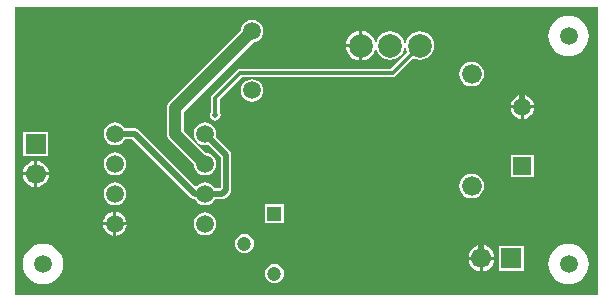
<source format=gbl>
G04 Layer_Physical_Order=2*
G04 Layer_Color=16711680*
%FSLAX25Y25*%
%MOIN*%
G70*
G01*
G75*
%ADD16C,0.01968*%
%ADD17C,0.03937*%
%ADD18C,0.01181*%
%ADD20C,0.05905*%
%ADD21C,0.06600*%
%ADD22R,0.05905X0.05905*%
%ADD23C,0.07874*%
%ADD24R,0.06693X0.06693*%
%ADD25C,0.06693*%
%ADD26R,0.04716X0.04716*%
%ADD27C,0.04716*%
%ADD28R,0.06693X0.06693*%
%ADD29C,0.01968*%
G36*
X195669Y1181D02*
X1181D01*
Y97244D01*
X195669D01*
Y1181D01*
D02*
G37*
%LPC*%
G36*
X64606Y28615D02*
X63630Y28486D01*
X62720Y28109D01*
X61939Y27510D01*
X61339Y26729D01*
X60962Y25819D01*
X60834Y24843D01*
X60962Y23866D01*
X61339Y22956D01*
X61939Y22175D01*
X62720Y21576D01*
X63630Y21199D01*
X64606Y21070D01*
X65583Y21199D01*
X66492Y21576D01*
X67274Y22175D01*
X67873Y22956D01*
X68250Y23866D01*
X68379Y24843D01*
X68250Y25819D01*
X67873Y26729D01*
X67274Y27510D01*
X66492Y28109D01*
X65583Y28486D01*
X64606Y28615D01*
D02*
G37*
G36*
X90941Y31413D02*
X84650D01*
Y25122D01*
X90941D01*
Y31413D01*
D02*
G37*
G36*
X34106Y24342D02*
X30685D01*
X30755Y23811D01*
X31154Y22849D01*
X31787Y22023D01*
X32613Y21390D01*
X33574Y20991D01*
X34106Y20922D01*
Y24342D01*
D02*
G37*
G36*
X38527D02*
X35106D01*
Y20922D01*
X35638Y20991D01*
X36600Y21390D01*
X37425Y22023D01*
X38059Y22849D01*
X38457Y23811D01*
X38527Y24342D01*
D02*
G37*
G36*
X34606Y38615D02*
X33630Y38486D01*
X32720Y38109D01*
X31939Y37510D01*
X31339Y36729D01*
X30962Y35819D01*
X30834Y34843D01*
X30962Y33866D01*
X31339Y32956D01*
X31939Y32175D01*
X32720Y31576D01*
X33630Y31199D01*
X34606Y31070D01*
X35583Y31199D01*
X36492Y31576D01*
X37274Y32175D01*
X37873Y32956D01*
X38250Y33866D01*
X38379Y34843D01*
X38250Y35819D01*
X37873Y36729D01*
X37274Y37510D01*
X36492Y38109D01*
X35583Y38486D01*
X34606Y38615D01*
D02*
G37*
G36*
X153543Y41524D02*
X152476Y41384D01*
X151482Y40972D01*
X150628Y40317D01*
X149973Y39463D01*
X149561Y38469D01*
X149421Y37402D01*
X149561Y36334D01*
X149973Y35340D01*
X150628Y34486D01*
X151482Y33831D01*
X152476Y33419D01*
X153543Y33279D01*
X154610Y33419D01*
X155605Y33831D01*
X156458Y34486D01*
X157114Y35340D01*
X157526Y36334D01*
X157666Y37402D01*
X157526Y38469D01*
X157114Y39463D01*
X156458Y40317D01*
X155605Y40972D01*
X154610Y41384D01*
X153543Y41524D01*
D02*
G37*
G36*
X34106Y28763D02*
X33574Y28694D01*
X32613Y28295D01*
X31787Y27662D01*
X31154Y26836D01*
X30755Y25874D01*
X30685Y25343D01*
X34106D01*
Y28763D01*
D02*
G37*
G36*
X35106D02*
Y25343D01*
X38527D01*
X38457Y25874D01*
X38059Y26836D01*
X37425Y27662D01*
X36600Y28295D01*
X35638Y28694D01*
X35106Y28763D01*
D02*
G37*
G36*
X77795Y21441D02*
X76974Y21332D01*
X76209Y21015D01*
X75552Y20511D01*
X75048Y19854D01*
X74731Y19089D01*
X74622Y18268D01*
X74731Y17447D01*
X75048Y16681D01*
X75552Y16024D01*
X76209Y15520D01*
X76974Y15203D01*
X77795Y15095D01*
X78616Y15203D01*
X79382Y15520D01*
X80039Y16024D01*
X80543Y16681D01*
X80860Y17447D01*
X80968Y18268D01*
X80860Y19089D01*
X80543Y19854D01*
X80039Y20511D01*
X79382Y21015D01*
X78616Y21332D01*
X77795Y21441D01*
D02*
G37*
G36*
X87795Y11440D02*
X86974Y11332D01*
X86209Y11015D01*
X85552Y10511D01*
X85048Y9854D01*
X84731Y9089D01*
X84623Y8268D01*
X84731Y7446D01*
X85048Y6681D01*
X85552Y6024D01*
X86209Y5520D01*
X86974Y5203D01*
X87795Y5095D01*
X88617Y5203D01*
X89382Y5520D01*
X90039Y6024D01*
X90543Y6681D01*
X90860Y7446D01*
X90968Y8268D01*
X90860Y9089D01*
X90543Y9854D01*
X90039Y10511D01*
X89382Y11015D01*
X88617Y11332D01*
X87795Y11440D01*
D02*
G37*
G36*
X156311Y12886D02*
X152493D01*
X152576Y12251D01*
X153014Y11194D01*
X153711Y10286D01*
X154619Y9589D01*
X155676Y9151D01*
X156311Y9068D01*
Y12886D01*
D02*
G37*
G36*
X10630Y18143D02*
X9318Y18013D01*
X8056Y17631D01*
X6894Y17009D01*
X5874Y16173D01*
X5038Y15154D01*
X4417Y13991D01*
X4034Y12729D01*
X3905Y11417D01*
X4034Y10105D01*
X4417Y8844D01*
X5038Y7681D01*
X5874Y6662D01*
X6894Y5825D01*
X8056Y5204D01*
X9318Y4821D01*
X10630Y4692D01*
X11942Y4821D01*
X13204Y5204D01*
X14366Y5825D01*
X15385Y6662D01*
X16222Y7681D01*
X16843Y8844D01*
X17226Y10105D01*
X17355Y11417D01*
X17226Y12729D01*
X16843Y13991D01*
X16222Y15154D01*
X15385Y16173D01*
X14366Y17009D01*
X13204Y17631D01*
X11942Y18013D01*
X10630Y18143D01*
D02*
G37*
G36*
X185827D02*
X184515Y18013D01*
X183253Y17631D01*
X182090Y17009D01*
X181071Y16173D01*
X180235Y15154D01*
X179613Y13991D01*
X179231Y12729D01*
X179102Y11417D01*
X179231Y10105D01*
X179613Y8844D01*
X180235Y7681D01*
X181071Y6662D01*
X182090Y5825D01*
X183253Y5204D01*
X184515Y4821D01*
X185827Y4692D01*
X187139Y4821D01*
X188400Y5204D01*
X189563Y5825D01*
X190582Y6662D01*
X191419Y7681D01*
X192040Y8844D01*
X192423Y10105D01*
X192552Y11417D01*
X192423Y12729D01*
X192040Y13991D01*
X191419Y15154D01*
X190582Y16173D01*
X189563Y17009D01*
X188400Y17631D01*
X187139Y18013D01*
X185827Y18143D01*
D02*
G37*
G36*
X156311Y17704D02*
X155676Y17620D01*
X154619Y17183D01*
X153711Y16486D01*
X153014Y15578D01*
X152576Y14521D01*
X152493Y13886D01*
X156311D01*
Y17704D01*
D02*
G37*
G36*
X157311D02*
Y13886D01*
X161129D01*
X161046Y14521D01*
X160608Y15578D01*
X159911Y16486D01*
X159003Y17183D01*
X157946Y17620D01*
X157311Y17704D01*
D02*
G37*
G36*
X161129Y12886D02*
X157311D01*
Y9068D01*
X157946Y9151D01*
X159003Y9589D01*
X159911Y10286D01*
X160608Y11194D01*
X161046Y12251D01*
X161129Y12886D01*
D02*
G37*
G36*
X170945Y17520D02*
X162677D01*
Y9252D01*
X170945D01*
Y17520D01*
D02*
G37*
G36*
X64606Y58615D02*
X63630Y58486D01*
X62720Y58109D01*
X61939Y57510D01*
X61339Y56729D01*
X60962Y55819D01*
X60834Y54843D01*
X60962Y53866D01*
X61339Y52956D01*
X61939Y52175D01*
X62720Y51575D01*
X63630Y51199D01*
X64606Y51070D01*
X65583Y51199D01*
X65662Y51232D01*
X69847Y47047D01*
Y36969D01*
X69527Y36649D01*
X67906D01*
X67873Y36729D01*
X67274Y37510D01*
X66492Y38109D01*
X65583Y38486D01*
X64606Y38615D01*
X63630Y38486D01*
X62720Y38109D01*
X61939Y37510D01*
X61809Y37341D01*
X61310Y37308D01*
X42498Y56120D01*
X41912Y56511D01*
X41221Y56649D01*
X37906D01*
X37873Y56729D01*
X37274Y57510D01*
X36492Y58109D01*
X35583Y58486D01*
X34606Y58615D01*
X33630Y58486D01*
X32720Y58109D01*
X31939Y57510D01*
X31339Y56729D01*
X30962Y55819D01*
X30834Y54843D01*
X30962Y53866D01*
X31339Y52956D01*
X31939Y52175D01*
X32720Y51575D01*
X33630Y51199D01*
X34606Y51070D01*
X35583Y51199D01*
X36492Y51575D01*
X37274Y52175D01*
X37873Y52956D01*
X37906Y53036D01*
X40472D01*
X59943Y33565D01*
X60529Y33174D01*
X61221Y33036D01*
X61306D01*
X61339Y32956D01*
X61939Y32175D01*
X62720Y31576D01*
X63630Y31199D01*
X64606Y31070D01*
X65583Y31199D01*
X66492Y31576D01*
X67274Y32175D01*
X67873Y32956D01*
X67906Y33036D01*
X70276D01*
X70967Y33174D01*
X71553Y33565D01*
X72931Y34943D01*
X73322Y35529D01*
X73460Y36220D01*
Y47795D01*
X73322Y48487D01*
X72931Y49073D01*
X68217Y53786D01*
X68250Y53866D01*
X68379Y54843D01*
X68250Y55819D01*
X67873Y56729D01*
X67274Y57510D01*
X66492Y58109D01*
X65583Y58486D01*
X64606Y58615D01*
D02*
G37*
G36*
X170972Y67701D02*
Y64280D01*
X174393D01*
X174323Y64811D01*
X173925Y65773D01*
X173292Y66599D01*
X172466Y67232D01*
X171504Y67630D01*
X170972Y67701D01*
D02*
G37*
G36*
X80315Y73064D02*
X79339Y72935D01*
X78429Y72558D01*
X77648Y71959D01*
X77048Y71178D01*
X76671Y70268D01*
X76543Y69291D01*
X76671Y68315D01*
X77048Y67405D01*
X77648Y66624D01*
X78429Y66024D01*
X79339Y65648D01*
X80315Y65519D01*
X81291Y65648D01*
X82201Y66024D01*
X82982Y66624D01*
X83582Y67405D01*
X83959Y68315D01*
X84087Y69291D01*
X83959Y70268D01*
X83582Y71178D01*
X82982Y71959D01*
X82201Y72558D01*
X81291Y72935D01*
X80315Y73064D01*
D02*
G37*
G36*
X174393Y63279D02*
X170972D01*
Y59859D01*
X171504Y59929D01*
X172466Y60327D01*
X173292Y60960D01*
X173925Y61786D01*
X174323Y62748D01*
X174393Y63279D01*
D02*
G37*
G36*
X169972Y67701D02*
X169441Y67630D01*
X168479Y67232D01*
X167653Y66599D01*
X167020Y65773D01*
X166621Y64811D01*
X166551Y64280D01*
X169972D01*
Y67701D01*
D02*
G37*
G36*
X153543Y78925D02*
X152476Y78785D01*
X151481Y78373D01*
X150628Y77718D01*
X149972Y76864D01*
X149560Y75870D01*
X149420Y74803D01*
X149560Y73735D01*
X149972Y72741D01*
X150628Y71887D01*
X151481Y71232D01*
X152476Y70820D01*
X153543Y70680D01*
X154610Y70820D01*
X155604Y71232D01*
X156458Y71887D01*
X157113Y72741D01*
X157525Y73735D01*
X157665Y74803D01*
X157525Y75870D01*
X157113Y76864D01*
X156458Y77718D01*
X155604Y78373D01*
X154610Y78785D01*
X153543Y78925D01*
D02*
G37*
G36*
X185827Y94127D02*
X184515Y93998D01*
X183253Y93615D01*
X182090Y92993D01*
X181071Y92157D01*
X180235Y91138D01*
X179613Y89975D01*
X179231Y88714D01*
X179102Y87402D01*
X179231Y86089D01*
X179613Y84828D01*
X180235Y83665D01*
X181071Y82646D01*
X182090Y81810D01*
X183253Y81188D01*
X184515Y80805D01*
X185827Y80676D01*
X187139Y80805D01*
X188400Y81188D01*
X189563Y81810D01*
X190582Y82646D01*
X191419Y83665D01*
X192040Y84828D01*
X192423Y86089D01*
X192552Y87402D01*
X192423Y88714D01*
X192040Y89975D01*
X191419Y91138D01*
X190582Y92157D01*
X189563Y92993D01*
X188400Y93615D01*
X187139Y93998D01*
X185827Y94127D01*
D02*
G37*
G36*
X116035Y89166D02*
X115247Y89062D01*
X114046Y88564D01*
X113014Y87773D01*
X112223Y86742D01*
X111725Y85541D01*
X111622Y84752D01*
X116035D01*
Y89166D01*
D02*
G37*
G36*
Y83752D02*
X111622D01*
X111725Y82963D01*
X112223Y81762D01*
X113014Y80731D01*
X114046Y79940D01*
X115247Y79442D01*
X116035Y79338D01*
Y83752D01*
D02*
G37*
G36*
X117035Y89166D02*
Y84252D01*
Y79338D01*
X117824Y79442D01*
X119025Y79940D01*
X120056Y80731D01*
X120848Y81762D01*
X121313Y82885D01*
X121610Y82919D01*
X121832Y82882D01*
X122251Y81869D01*
X123009Y80883D01*
X123995Y80125D01*
X125145Y79649D01*
X126378Y79487D01*
X127611Y79649D01*
X128761Y80125D01*
X129747Y80883D01*
X130505Y81869D01*
X130981Y83019D01*
X131047Y83522D01*
X131551D01*
X131618Y83019D01*
X132023Y82041D01*
X126583Y76602D01*
X76378D01*
X75840Y76495D01*
X75384Y76190D01*
X67117Y67923D01*
X66812Y67467D01*
X66705Y66929D01*
Y62110D01*
X66441Y61715D01*
X66304Y61024D01*
X66441Y60332D01*
X66833Y59746D01*
X67419Y59355D01*
X68110Y59217D01*
X68801Y59355D01*
X69388Y59746D01*
X69779Y60332D01*
X69917Y61024D01*
X69779Y61715D01*
X69515Y62110D01*
Y66347D01*
X76960Y73792D01*
X127165D01*
X127703Y73899D01*
X128159Y74203D01*
X134010Y80054D01*
X134987Y79649D01*
X136221Y79487D01*
X137454Y79649D01*
X138603Y80125D01*
X139590Y80883D01*
X140347Y81869D01*
X140823Y83019D01*
X140986Y84252D01*
X140823Y85485D01*
X140347Y86635D01*
X139590Y87621D01*
X138603Y88379D01*
X137454Y88855D01*
X136221Y89017D01*
X134987Y88855D01*
X133838Y88379D01*
X132851Y87621D01*
X132094Y86635D01*
X131618Y85485D01*
X131551Y84982D01*
X131047D01*
X130981Y85485D01*
X130505Y86635D01*
X129747Y87621D01*
X128761Y88379D01*
X127611Y88855D01*
X126378Y89017D01*
X125145Y88855D01*
X123995Y88379D01*
X123009Y87621D01*
X122251Y86635D01*
X121832Y85622D01*
X121610Y85585D01*
X121313Y85618D01*
X120848Y86742D01*
X120056Y87773D01*
X119025Y88564D01*
X117824Y89062D01*
X117035Y89166D01*
D02*
G37*
G36*
X174213Y47835D02*
X166732D01*
Y40354D01*
X174213D01*
Y47835D01*
D02*
G37*
G36*
X34606Y48615D02*
X33630Y48486D01*
X32720Y48109D01*
X31939Y47510D01*
X31339Y46729D01*
X30962Y45819D01*
X30834Y44842D01*
X30962Y43866D01*
X31339Y42956D01*
X31939Y42175D01*
X32720Y41576D01*
X33630Y41199D01*
X34606Y41070D01*
X35583Y41199D01*
X36492Y41576D01*
X37274Y42175D01*
X37873Y42956D01*
X38250Y43866D01*
X38379Y44842D01*
X38250Y45819D01*
X37873Y46729D01*
X37274Y47510D01*
X36492Y48109D01*
X35583Y48486D01*
X34606Y48615D01*
D02*
G37*
G36*
X7768Y40957D02*
X3950D01*
X4033Y40322D01*
X4471Y39265D01*
X5168Y38357D01*
X6076Y37660D01*
X7133Y37222D01*
X7768Y37139D01*
Y40957D01*
D02*
G37*
G36*
X12586D02*
X8768D01*
Y37139D01*
X9402Y37222D01*
X10460Y37660D01*
X11368Y38357D01*
X12064Y39265D01*
X12502Y40322D01*
X12586Y40957D01*
D02*
G37*
G36*
X80315Y92749D02*
X79339Y92620D01*
X78429Y92243D01*
X77648Y91644D01*
X77048Y90863D01*
X76671Y89953D01*
X76567Y89159D01*
X52759Y65351D01*
X52317Y64776D01*
X52039Y64105D01*
X51945Y63386D01*
Y54724D01*
X52039Y54005D01*
X52317Y53335D01*
X52759Y52759D01*
X60858Y44660D01*
X60962Y43866D01*
X61339Y42956D01*
X61939Y42175D01*
X62720Y41576D01*
X63630Y41199D01*
X64606Y41070D01*
X65583Y41199D01*
X66492Y41576D01*
X67274Y42175D01*
X67873Y42956D01*
X68250Y43866D01*
X68379Y44842D01*
X68250Y45819D01*
X67873Y46729D01*
X67274Y47510D01*
X66492Y48109D01*
X65583Y48486D01*
X64789Y48591D01*
X57504Y55876D01*
Y62234D01*
X80498Y85228D01*
X81291Y85333D01*
X82201Y85709D01*
X82982Y86309D01*
X83582Y87090D01*
X83959Y88000D01*
X84087Y88976D01*
X83959Y89953D01*
X83582Y90863D01*
X82982Y91644D01*
X82201Y92243D01*
X81291Y92620D01*
X80315Y92749D01*
D02*
G37*
G36*
X12402Y55590D02*
X4134D01*
Y47323D01*
X12402D01*
Y55590D01*
D02*
G37*
G36*
X169972Y63279D02*
X166551D01*
X166621Y62748D01*
X167020Y61786D01*
X167653Y60960D01*
X168479Y60327D01*
X169441Y59929D01*
X169972Y59859D01*
Y63279D01*
D02*
G37*
G36*
X7768Y45775D02*
X7133Y45691D01*
X6076Y45253D01*
X5168Y44557D01*
X4471Y43649D01*
X4033Y42591D01*
X3950Y41957D01*
X7768D01*
Y45775D01*
D02*
G37*
G36*
X8768D02*
Y41957D01*
X12586D01*
X12502Y42591D01*
X12064Y43649D01*
X11368Y44557D01*
X10460Y45253D01*
X9402Y45691D01*
X8768Y45775D01*
D02*
G37*
%LPD*%
D16*
X64606Y54843D02*
X71653Y47795D01*
Y36220D02*
Y47795D01*
X70276Y34843D02*
X71653Y36220D01*
X64606Y34843D02*
X70276D01*
X164961Y28740D02*
Y74134D01*
X170472Y63779D02*
Y79134D01*
X157874Y91732D02*
X170472Y79134D01*
X124016Y91732D02*
X157874D01*
X61221Y34843D02*
X64606D01*
X41221Y54843D02*
X61221Y34843D01*
X34606Y54843D02*
X41221D01*
X163386Y28740D02*
X164961D01*
X156811Y22165D02*
X163386Y28740D01*
X156811Y13386D02*
Y22165D01*
D17*
X54724Y54724D02*
X64606Y44842D01*
X54724Y54724D02*
Y63386D01*
X80315Y88976D01*
D18*
X68110Y61024D02*
Y66929D01*
X76378Y75197D01*
X127165D01*
X136221Y84252D01*
D20*
X10630Y11417D02*
D03*
X64606Y24843D02*
D03*
Y34843D02*
D03*
Y44842D02*
D03*
Y54843D02*
D03*
X34606Y24843D02*
D03*
Y34843D02*
D03*
Y44842D02*
D03*
Y54843D02*
D03*
X80315Y88976D02*
D03*
Y69291D02*
D03*
X185827Y11417D02*
D03*
Y87402D02*
D03*
X170472Y63779D02*
D03*
D21*
X153543Y37402D02*
D03*
X153543Y74803D02*
D03*
D22*
X170472Y44094D02*
D03*
D23*
X136221Y84252D02*
D03*
X126378D02*
D03*
X116535D02*
D03*
D24*
X166811Y13386D02*
D03*
D25*
X156811D02*
D03*
X8268Y41457D02*
D03*
D26*
X87795Y28268D02*
D03*
D27*
X77795Y18268D02*
D03*
X87795Y8268D02*
D03*
D28*
X8268Y51457D02*
D03*
D29*
X68110Y61024D02*
D03*
M02*

</source>
